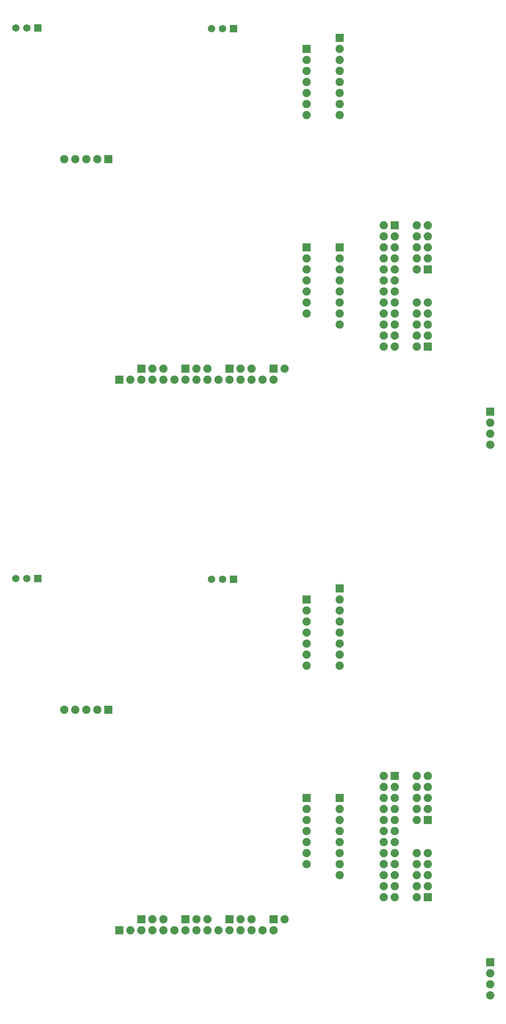
<source format=gbr>
G04 DipTrace 2.4.0.2*
%INBottomMask.gbr*%
%MOMM*%
%ADD80C,1.704*%
%ADD82R,1.704X1.704*%
%ADD94C,1.904*%
%ADD96R,1.904X1.904*%
%FSLAX53Y53*%
G04*
G71*
G90*
G75*
G01*
%LNBotMask*%
%LPD*%
D96*
X68580Y2540D3*
D94*
X71120D3*
D96*
X83820Y78740D3*
D94*
Y76200D3*
Y73660D3*
Y71120D3*
Y68580D3*
Y66040D3*
Y63500D3*
Y60960D3*
D96*
X76200Y76200D3*
D94*
Y73660D3*
Y71120D3*
Y68580D3*
Y66040D3*
Y63500D3*
Y60960D3*
D96*
X30480Y50800D3*
D94*
X27940D3*
X25400D3*
X22860D3*
X20320D3*
D96*
X83820Y30480D3*
D94*
Y27940D3*
Y25400D3*
Y22860D3*
Y20320D3*
Y17780D3*
Y15240D3*
Y12700D3*
D96*
X76200Y30480D3*
D94*
Y27940D3*
Y25400D3*
Y22860D3*
Y20320D3*
Y17780D3*
Y15240D3*
D96*
X96520Y35560D3*
D94*
X93980D3*
X96520Y33020D3*
X93980D3*
X96520Y30480D3*
X93980D3*
X96520Y27940D3*
X93980D3*
X96520Y25400D3*
X93980D3*
X96520Y22860D3*
X93980D3*
X96520Y20320D3*
X93980D3*
X96520Y17780D3*
X93980D3*
X96520Y15240D3*
X93980D3*
X96520Y12700D3*
X93980D3*
X96520Y10160D3*
X93980D3*
X96520Y7620D3*
X93980D3*
D96*
X48260Y2540D3*
D94*
X50800D3*
X53340D3*
D96*
X104140Y25400D3*
D94*
X101600D3*
X104140Y27940D3*
X101600D3*
X104140Y30480D3*
X101600D3*
X104140Y33020D3*
X101600D3*
X104140Y35560D3*
X101600D3*
D96*
X58420Y2540D3*
D94*
X60960D3*
X63500D3*
D96*
X104140Y7620D3*
D94*
X101600D3*
X104140Y10160D3*
X101600D3*
X104140Y12700D3*
X101600D3*
X104140Y15240D3*
X101600D3*
X104140Y17780D3*
X101600D3*
D96*
X33020Y0D3*
D94*
X35560D3*
X38100D3*
X40640D3*
X43180D3*
X45720D3*
X48260D3*
X50800D3*
X53340D3*
X55880D3*
X58420D3*
X60960D3*
X63500D3*
X66040D3*
X68580D3*
D96*
X38100Y2540D3*
D94*
X40640D3*
X43180D3*
D96*
X118500Y-7370D3*
D94*
Y-9910D3*
Y-12450D3*
Y-14990D3*
D82*
X59390Y80870D3*
D80*
X56850D3*
X54310D3*
D82*
X14220Y81070D3*
D80*
X11680D3*
X9140D3*
D96*
X68580Y129380D3*
D94*
X71120D3*
D96*
X83820Y205580D3*
D94*
Y203040D3*
Y200500D3*
Y197960D3*
Y195420D3*
Y192880D3*
Y190340D3*
Y187800D3*
D96*
X76200Y203040D3*
D94*
Y200500D3*
Y197960D3*
Y195420D3*
Y192880D3*
Y190340D3*
Y187800D3*
D96*
X30480Y177640D3*
D94*
X27940D3*
X25400D3*
X22860D3*
X20320D3*
D96*
X83820Y157320D3*
D94*
Y154780D3*
Y152240D3*
Y149700D3*
Y147160D3*
Y144620D3*
Y142080D3*
Y139540D3*
D96*
X76200Y157320D3*
D94*
Y154780D3*
Y152240D3*
Y149700D3*
Y147160D3*
Y144620D3*
Y142080D3*
D96*
X96520Y162400D3*
D94*
X93980D3*
X96520Y159860D3*
X93980D3*
X96520Y157320D3*
X93980D3*
X96520Y154780D3*
X93980D3*
X96520Y152240D3*
X93980D3*
X96520Y149700D3*
X93980D3*
X96520Y147160D3*
X93980D3*
X96520Y144620D3*
X93980D3*
X96520Y142080D3*
X93980D3*
X96520Y139540D3*
X93980D3*
X96520Y137000D3*
X93980D3*
X96520Y134460D3*
X93980D3*
D96*
X48260Y129380D3*
D94*
X50800D3*
X53340D3*
D96*
X104140Y152240D3*
D94*
X101600D3*
X104140Y154780D3*
X101600D3*
X104140Y157320D3*
X101600D3*
X104140Y159860D3*
X101600D3*
X104140Y162400D3*
X101600D3*
D96*
X58420Y129380D3*
D94*
X60960D3*
X63500D3*
D96*
X104140Y134460D3*
D94*
X101600D3*
X104140Y137000D3*
X101600D3*
X104140Y139540D3*
X101600D3*
X104140Y142080D3*
X101600D3*
X104140Y144620D3*
X101600D3*
D96*
X33020Y126840D3*
D94*
X35560D3*
X38100D3*
X40640D3*
X43180D3*
X45720D3*
X48260D3*
X50800D3*
X53340D3*
X55880D3*
X58420D3*
X60960D3*
X63500D3*
X66040D3*
X68580D3*
D96*
X38100Y129380D3*
D94*
X40640D3*
X43180D3*
D96*
X118500Y119470D3*
D94*
Y116930D3*
Y114390D3*
Y111850D3*
D82*
X59390Y207710D3*
D80*
X56850D3*
X54310D3*
D82*
X14220Y207910D3*
D80*
X11680D3*
X9140D3*
M02*

</source>
